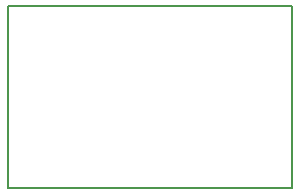
<source format=gbo>
G04 MADE WITH FRITZING*
G04 WWW.FRITZING.ORG*
G04 DOUBLE SIDED*
G04 HOLES PLATED*
G04 CONTOUR ON CENTER OF CONTOUR VECTOR*
%ASAXBY*%
%FSLAX23Y23*%
%MOIN*%
%OFA0B0*%
%SFA1.0B1.0*%
%ADD10R,0.952598X0.615760X0.936598X0.599760*%
%ADD11C,0.008000*%
%LNSILK0*%
G90*
G70*
G54D11*
X4Y612D02*
X949Y612D01*
X949Y4D01*
X4Y4D01*
X4Y612D01*
D02*
G04 End of Silk0*
M02*
</source>
